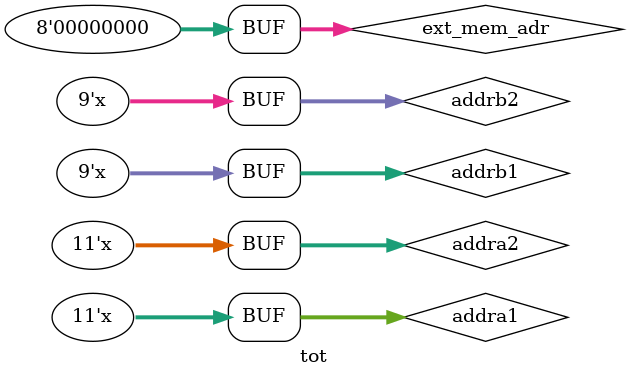
<source format=v>
`timescale 1ns / 1ps


module tot;

	// Inputs
	reg [7:0] ext_mem_adr;

	// Instantiate the Unit Under Test (UUT)
	top_module uut (
		.ext_mem_adr(ext_mem_adr)
	);
       reg [10:0]addra1;
		 reg [10:0]addra2;
		 reg [8:0]addrb1;
		 reg [8:0]addrb2;
	initial begin
		// Initialize Inputs
		ext_mem_adr = 0;
       addra1=0;
		 addra2=0;
		 addrb1=0;
		 addrb2=0;
		// Wait 100 ns for global reset to finish
		#100;
	// Add stimulus here
end
      agm agm_inst (
		.ext_mem(ext_mem_adr), 
		.addra1(addra1), 
		.addra2(addra2), 
		.addrb1(addrb1), 
		.addrb2(addrb2)
	);
		bram18 bram_inst1 (
		.clka(write_clk), 
		.ena(ena), 
		.wea(wea1), 
		.addra(addra1), 
		.dina(data_in1), 
		.clkb(read_clk), 
		.enb(enb), 
		.addrb(addrb1), 
		.doutb(doutb1)
	);
	
	always@(*)
begin
repeat(10)
begin
#100
addra1=addra1+4;
addra2=addra2+4;
addrb1=addrb1+1;
addrb2=addrb2+1;

end

end
endmodule


</source>
